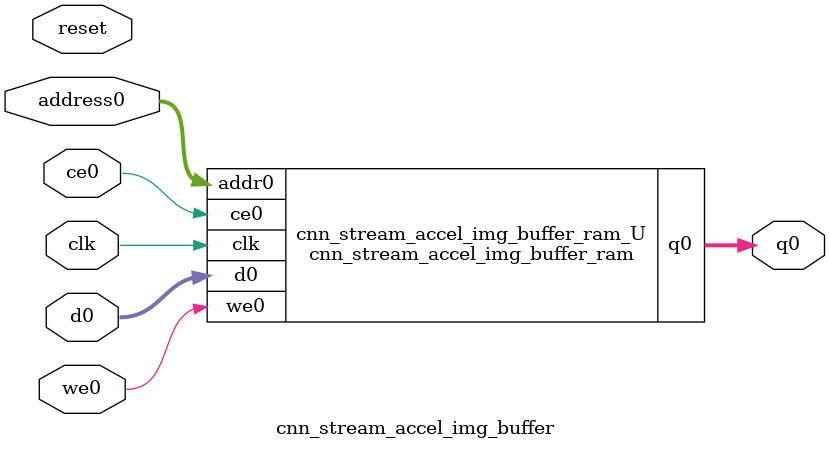
<source format=v>
`timescale 1 ns / 1 ps
module cnn_stream_accel_img_buffer_ram (addr0, ce0, d0, we0, q0,  clk);

parameter DWIDTH = 32;
parameter AWIDTH = 10;
parameter MEM_SIZE = 784;

input[AWIDTH-1:0] addr0;
input ce0;
input[DWIDTH-1:0] d0;
input we0;
output reg[DWIDTH-1:0] q0;
input clk;

reg [DWIDTH-1:0] ram[0:MEM_SIZE-1];




always @(posedge clk)  
begin 
    if (ce0) begin
        if (we0) 
            ram[addr0] <= d0; 
        q0 <= ram[addr0];
    end
end


endmodule

`timescale 1 ns / 1 ps
module cnn_stream_accel_img_buffer(
    reset,
    clk,
    address0,
    ce0,
    we0,
    d0,
    q0);

parameter DataWidth = 32'd32;
parameter AddressRange = 32'd784;
parameter AddressWidth = 32'd10;
input reset;
input clk;
input[AddressWidth - 1:0] address0;
input ce0;
input we0;
input[DataWidth - 1:0] d0;
output[DataWidth - 1:0] q0;



cnn_stream_accel_img_buffer_ram cnn_stream_accel_img_buffer_ram_U(
    .clk( clk ),
    .addr0( address0 ),
    .ce0( ce0 ),
    .we0( we0 ),
    .d0( d0 ),
    .q0( q0 ));

endmodule


</source>
